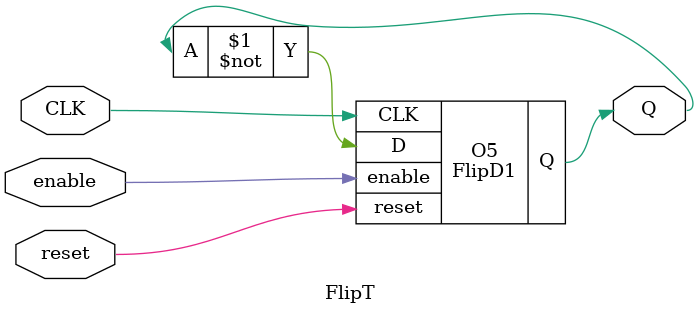
<source format=v>

module FlipD1(input wire CLK, input wire D, input wire reset, input wire enable, output Q);
reg Q;
	always @(posedge CLK or	posedge reset)
		if (reset)begin
		Q <= 0;
	end else if(enable) begin
		Q <= D;
	end
endmodule

//modulo FlipFlop T
module FlipT(input wire CLK, reset, enable, output wire Q);
	FlipD1 O5(CLK, ~Q, reset, enable, Q);
endmodule

</source>
